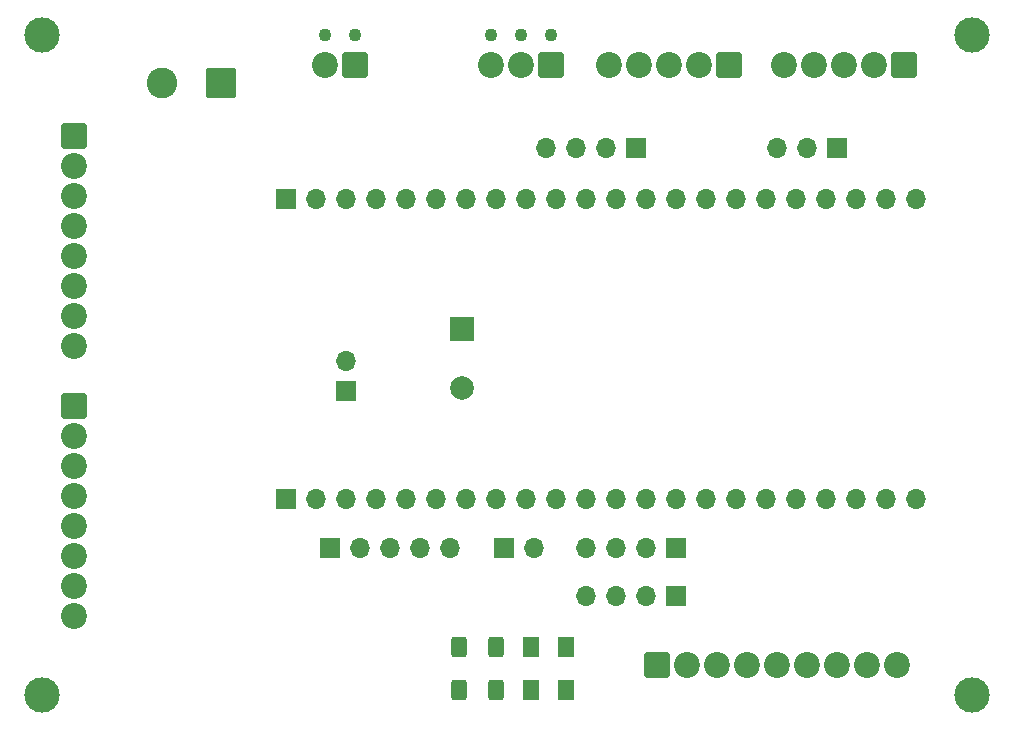
<source format=gbr>
%TF.GenerationSoftware,KiCad,Pcbnew,9.0.0*%
%TF.CreationDate,2025-03-28T17:52:31-06:00*%
%TF.ProjectId,Dark_Passenger_Base_MCU,4461726b-5f50-4617-9373-656e6765725f,1.0*%
%TF.SameCoordinates,Original*%
%TF.FileFunction,Soldermask,Top*%
%TF.FilePolarity,Negative*%
%FSLAX46Y46*%
G04 Gerber Fmt 4.6, Leading zero omitted, Abs format (unit mm)*
G04 Created by KiCad (PCBNEW 9.0.0) date 2025-03-28 17:52:31*
%MOMM*%
%LPD*%
G01*
G04 APERTURE LIST*
G04 Aperture macros list*
%AMRoundRect*
0 Rectangle with rounded corners*
0 $1 Rounding radius*
0 $2 $3 $4 $5 $6 $7 $8 $9 X,Y pos of 4 corners*
0 Add a 4 corners polygon primitive as box body*
4,1,4,$2,$3,$4,$5,$6,$7,$8,$9,$2,$3,0*
0 Add four circle primitives for the rounded corners*
1,1,$1+$1,$2,$3*
1,1,$1+$1,$4,$5*
1,1,$1+$1,$6,$7*
1,1,$1+$1,$8,$9*
0 Add four rect primitives between the rounded corners*
20,1,$1+$1,$2,$3,$4,$5,0*
20,1,$1+$1,$4,$5,$6,$7,0*
20,1,$1+$1,$6,$7,$8,$9,0*
20,1,$1+$1,$8,$9,$2,$3,0*%
G04 Aperture macros list end*
%ADD10R,1.700000X1.700000*%
%ADD11O,1.700000X1.700000*%
%ADD12C,3.000000*%
%ADD13RoundRect,0.250001X0.462499X0.624999X-0.462499X0.624999X-0.462499X-0.624999X0.462499X-0.624999X0*%
%ADD14RoundRect,0.249999X-0.850001X0.850001X-0.850001X-0.850001X0.850001X-0.850001X0.850001X0.850001X0*%
%ADD15C,2.200000*%
%ADD16RoundRect,0.250000X-0.400000X-0.625000X0.400000X-0.625000X0.400000X0.625000X-0.400000X0.625000X0*%
%ADD17RoundRect,0.249999X-0.850001X-0.850001X0.850001X-0.850001X0.850001X0.850001X-0.850001X0.850001X0*%
%ADD18C,1.100000*%
%ADD19RoundRect,0.249999X0.850001X0.850001X-0.850001X0.850001X-0.850001X-0.850001X0.850001X-0.850001X0*%
%ADD20R,2.000000X2.000000*%
%ADD21C,2.000000*%
%ADD22RoundRect,0.250000X1.050000X1.050000X-1.050000X1.050000X-1.050000X-1.050000X1.050000X-1.050000X0*%
%ADD23C,2.600000*%
G04 APERTURE END LIST*
D10*
%TO.C,J13*%
X113919200Y-78841600D03*
D11*
X116459200Y-78841600D03*
X118999200Y-78841600D03*
X121539200Y-78841600D03*
X124079200Y-78841600D03*
%TD*%
D10*
%TO.C,J1*%
X110160000Y-74700000D03*
D11*
X112700000Y-74700000D03*
X115240000Y-74700000D03*
X117780000Y-74700000D03*
X120320000Y-74700000D03*
X122860000Y-74700000D03*
X125400000Y-74700000D03*
X127940000Y-74700000D03*
X130480000Y-74700000D03*
X133020000Y-74700000D03*
X135560000Y-74700000D03*
X138100000Y-74700000D03*
X140640000Y-74700000D03*
X143180000Y-74700000D03*
X145720000Y-74700000D03*
X148260000Y-74700000D03*
X150800000Y-74700000D03*
X153340000Y-74700000D03*
X155880000Y-74700000D03*
X158420000Y-74700000D03*
X160960000Y-74700000D03*
X163500000Y-74700000D03*
%TD*%
D12*
%TO.C,H3*%
X89500000Y-91300000D03*
%TD*%
D10*
%TO.C,J11*%
X143230600Y-82931000D03*
D11*
X140690600Y-82931000D03*
X138150600Y-82931000D03*
X135610600Y-82931000D03*
%TD*%
D13*
%TO.C,D2*%
X133847100Y-90881200D03*
X130872100Y-90881200D03*
%TD*%
D12*
%TO.C,H4*%
X168240000Y-91300000D03*
%TD*%
D14*
%TO.C,J15*%
X92227600Y-43992800D03*
D15*
X92227600Y-46532800D03*
X92227600Y-49072800D03*
X92227600Y-51612800D03*
X92227600Y-54152800D03*
X92227600Y-56692800D03*
X92227600Y-59232800D03*
X92227600Y-61772800D03*
%TD*%
D16*
%TO.C,R2*%
X124815200Y-90881200D03*
X127915200Y-90881200D03*
%TD*%
D10*
%TO.C,J16*%
X115240000Y-65532000D03*
D11*
X115240000Y-62992000D03*
%TD*%
D17*
%TO.C,J18*%
X141600000Y-88800000D03*
D15*
X144140000Y-88800000D03*
X146680000Y-88800000D03*
X149220000Y-88800000D03*
X151760000Y-88800000D03*
X154300000Y-88800000D03*
X156840000Y-88800000D03*
X159380000Y-88800000D03*
X161920000Y-88800000D03*
%TD*%
D12*
%TO.C,H2*%
X168240000Y-35420000D03*
%TD*%
D10*
%TO.C,J2*%
X110160000Y-49300000D03*
D11*
X112700000Y-49300000D03*
X115240000Y-49300000D03*
X117780000Y-49300000D03*
X120320000Y-49300000D03*
X122860000Y-49300000D03*
X125400000Y-49300000D03*
X127940000Y-49300000D03*
X130480000Y-49300000D03*
X133020000Y-49300000D03*
X135560000Y-49300000D03*
X138100000Y-49300000D03*
X140640000Y-49300000D03*
X143180000Y-49300000D03*
X145720000Y-49300000D03*
X148260000Y-49300000D03*
X150800000Y-49300000D03*
X153340000Y-49300000D03*
X155880000Y-49300000D03*
X158420000Y-49300000D03*
X160960000Y-49300000D03*
X163500000Y-49300000D03*
%TD*%
D16*
%TO.C,R1*%
X124815200Y-87223600D03*
X127915200Y-87223600D03*
%TD*%
D10*
%TO.C,J10*%
X143230600Y-78841600D03*
D11*
X140690600Y-78841600D03*
X138150600Y-78841600D03*
X135610600Y-78841600D03*
%TD*%
D18*
%TO.C,J4*%
X132624600Y-35460000D03*
X130084600Y-35460000D03*
X127544600Y-35460000D03*
D19*
X132624600Y-38000000D03*
D15*
X130084600Y-38000000D03*
X127544600Y-38000000D03*
%TD*%
D20*
%TO.C,C1*%
X125090781Y-60335600D03*
D21*
X125090781Y-65335600D03*
%TD*%
D10*
%TO.C,J12*%
X156799280Y-44998640D03*
D11*
X154259280Y-44998640D03*
X151719280Y-44998640D03*
%TD*%
D19*
%TO.C,J7*%
X147684600Y-38000000D03*
D15*
X145144600Y-38000000D03*
X142604600Y-38000000D03*
X140064600Y-38000000D03*
X137524600Y-38000000D03*
%TD*%
D10*
%TO.C,J9*%
X128620720Y-78841600D03*
D11*
X131160720Y-78841600D03*
%TD*%
D14*
%TO.C,J14*%
X92227600Y-66852800D03*
D15*
X92227600Y-69392800D03*
X92227600Y-71932800D03*
X92227600Y-74472800D03*
X92227600Y-77012800D03*
X92227600Y-79552800D03*
X92227600Y-82092800D03*
X92227600Y-84632800D03*
%TD*%
D19*
%TO.C,J6*%
X162458600Y-38000000D03*
D15*
X159918600Y-38000000D03*
X157378600Y-38000000D03*
X154838600Y-38000000D03*
X152298600Y-38000000D03*
%TD*%
D10*
%TO.C,J8*%
X139799060Y-44998640D03*
D11*
X137259060Y-44998640D03*
X134719060Y-44998640D03*
X132179060Y-44998640D03*
%TD*%
D12*
%TO.C,H1*%
X89500000Y-35420000D03*
%TD*%
D18*
%TO.C,J3*%
X116000000Y-35460000D03*
X113460000Y-35460000D03*
D19*
X116000000Y-38000000D03*
D15*
X113460000Y-38000000D03*
%TD*%
D13*
%TO.C,D1*%
X133847100Y-87223600D03*
X130872100Y-87223600D03*
%TD*%
D22*
%TO.C,J5*%
X104700000Y-39527500D03*
D23*
X99700000Y-39527500D03*
%TD*%
M02*

</source>
